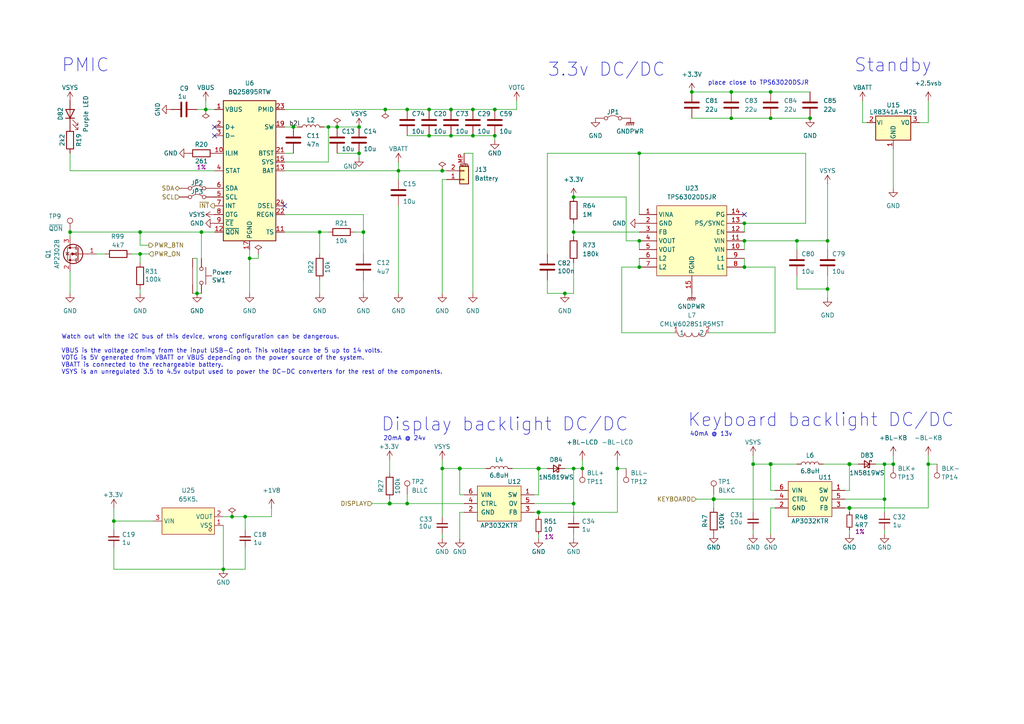
<source format=kicad_sch>
(kicad_sch (version 20231120) (generator "eeschema") (generator_version "8.0")
  (paper "A4")
  (title_block (title "WHY2025 badge") (date "2024-09-12") (rev "Prototype 2") (company "Badge.Team") (comment 1 "Copyright 2024 Nicolai Electronics") (comment 2 "License: CERN-OHL-P") (comment 3 "Untested prototype design") (comment 4 "(Work in progress!)"))
  (junction (at 118.11 146.05))
  (junction (at 92.71 67.31))
  (junction (at 156.21 148.59) (diameter 1.016))
  (junction (at 212.09 34.29))
  (junction (at 137.16 31.75))
  (junction (at 212.09 26.67))
  (junction (at 163.83 85.09))
  (junction (at 143.51 39.37))
  (junction (at 105.41 67.31))
  (junction (at 200.66 26.67))
  (junction (at 256.54 144.78))
  (junction (at 40.64 73.66))
  (junction (at 240.03 69.85))
  (junction (at 64.77 165.1))
  (junction (at 185.42 77.47))
  (junction (at 259.08 134.62))
  (junction (at 95.25 36.83))
  (junction (at 223.52 26.67))
  (junction (at 67.31 149.86))
  (junction (at 124.46 39.37))
  (junction (at 111.76 31.75))
  (junction (at 130.81 39.37))
  (junction (at 234.95 34.29))
  (junction (at 113.03 146.05) (diameter 1.016))
  (junction (at 124.46 31.75))
  (junction (at 85.09 36.83))
  (junction (at 58.42 67.31))
  (junction (at 71.12 149.86))
  (junction (at 118.11 31.75))
  (junction (at 215.9 69.85))
  (junction (at 231.14 69.85))
  (junction (at 168.91 135.89))
  (junction (at 185.42 69.85))
  (junction (at 223.52 134.62) (diameter 1.016))
  (junction (at 143.51 31.75))
  (junction (at 40.64 67.31))
  (junction (at 166.37 57.15))
  (junction (at 207.01 144.78) (diameter 1.016))
  (junction (at 166.37 146.05))
  (junction (at 166.37 135.89))
  (junction (at 246.38 147.32) (diameter 1.016))
  (junction (at 137.16 39.37))
  (junction (at 115.57 49.53))
  (junction (at 57.15 85.09))
  (junction (at 269.24 134.62))
  (junction (at 166.37 67.31))
  (junction (at 185.42 44.45))
  (junction (at 218.44 134.62))
  (junction (at 179.07 135.89))
  (junction (at 20.32 67.31))
  (junction (at 128.27 49.53))
  (junction (at 223.52 34.29))
  (junction (at 215.9 64.77))
  (junction (at 72.39 74.93))
  (junction (at 104.14 36.83))
  (junction (at 215.9 77.47))
  (junction (at 59.69 31.75))
  (junction (at 156.21 135.89) (diameter 1.016))
  (junction (at 240.03 83.82))
  (junction (at 130.81 31.75))
  (junction (at 133.35 135.89) (diameter 1.016))
  (junction (at 33.02 151.13))
  (junction (at 104.14 44.45))
  (junction (at 256.54 134.62))
  (junction (at 246.38 134.62) (diameter 1.016))
  (junction (at 128.27 135.89))
  (junction (at 97.79 36.83))
  (no_connect (at 82.55 59.69))
  (no_connect (at 62.23 39.37))
  (no_connect (at 62.23 36.83))
  (no_connect (at 215.9 62.23))
  (wire (pts (xy 130.81 31.75) (xy 124.46 31.75)))
  (wire (pts (xy 134.62 44.45) (xy 137.16 44.45)))
  (wire (pts (xy 134.62 148.59) (xy 133.35 148.59)))
  (wire (pts (xy 57.15 74.93) (xy 57.15 85.09)))
  (wire (pts (xy 130.81 39.37) (xy 137.16 39.37)))
  (wire (pts (xy 269.24 134.62) (xy 271.78 134.62)))
  (wire (pts (xy 40.64 67.31) (xy 58.42 67.31)))
  (wire (pts (xy 163.83 135.89) (xy 166.37 135.89)))
  (wire (pts (xy 207.01 144.78) (xy 201.93 144.78)))
  (wire (pts (xy 166.37 146.05) (xy 166.37 149.86)))
  (wire (pts (xy 256.54 134.62) (xy 259.08 134.62)))
  (wire (pts (xy 179.07 135.89) (xy 181.61 135.89)))
  (wire (pts (xy 246.38 147.32) (xy 269.24 147.32)))
  (wire (pts (xy 207.01 144.78) (xy 224.79 144.78)))
  (wire (pts (xy 118.11 143.51) (xy 118.11 146.05)))
  (wire (pts (xy 105.41 67.31) (xy 105.41 73.66)))
  (wire (pts (xy 43.18 71.12) (xy 40.64 71.12)))
  (wire (pts (xy 118.11 31.75) (xy 111.76 31.75)))
  (wire (pts (xy 115.57 49.53) (xy 115.57 52.07)))
  (wire (pts (xy 20.32 67.31) (xy 20.32 68.58)))
  (wire (pts (xy 78.74 149.86) (xy 78.74 147.32)))
  (wire (pts (xy 180.34 77.47) (xy 180.34 96.52)))
  (wire (pts (xy 207.01 144.78) (xy 207.01 147.32)))
  (wire (pts (xy 55.88 74.93) (xy 57.15 74.93)))
  (wire (pts (xy 137.16 44.45) (xy 137.16 85.09)))
  (wire (pts (xy 115.57 59.69) (xy 115.57 85.09)))
  (wire (pts (xy 115.57 49.53) (xy 128.27 49.53)))
  (wire (pts (xy 256.54 144.78) (xy 256.54 134.62)))
  (wire (pts (xy 154.94 146.05) (xy 166.37 146.05)))
  (wire (pts (xy 256.54 144.78) (xy 256.54 148.59)))
  (wire (pts (xy 105.41 62.23) (xy 105.41 67.31)))
  (wire (pts (xy 212.09 26.67) (xy 223.52 26.67)))
  (wire (pts (xy 40.64 73.66) (xy 40.64 76.2)))
  (wire (pts (xy 259.08 43.18) (xy 259.08 54.61)))
  (wire (pts (xy 64.77 165.1) (xy 71.12 165.1)))
  (wire (pts (xy 72.39 74.93) (xy 72.39 72.39)))
  (wire (pts (xy 156.21 149.86) (xy 156.21 148.59)))
  (wire (pts (xy 231.14 69.85) (xy 231.14 72.39)))
  (wire (pts (xy 113.03 146.05) (xy 107.95 146.05)))
  (wire (pts (xy 30.48 73.66) (xy 27.94 73.66)))
  (wire (pts (xy 20.32 67.31) (xy 40.64 67.31)))
  (wire (pts (xy 231.14 83.82) (xy 240.03 83.82)))
  (wire (pts (xy 259.08 134.62) (xy 259.08 132.08)))
  (wire (pts (xy 185.42 44.45) (xy 233.68 44.45)))
  (wire (pts (xy 224.79 147.32) (xy 223.52 147.32)))
  (wire (pts (xy 72.39 74.93) (xy 74.93 74.93)))
  (wire (pts (xy 82.55 62.23) (xy 105.41 62.23)))
  (wire (pts (xy 218.44 134.62) (xy 218.44 148.59)))
  (wire (pts (xy 266.7 35.56) (xy 269.24 35.56)))
  (wire (pts (xy 223.52 34.29) (xy 234.95 34.29)))
  (wire (pts (xy 218.44 134.62) (xy 223.52 134.62)))
  (wire (pts (xy 128.27 156.21) (xy 128.27 154.94)))
  (wire (pts (xy 40.64 83.82) (xy 40.64 85.09)))
  (wire (pts (xy 104.14 44.45) (xy 104.14 45.72)))
  (wire (pts (xy 40.64 67.31) (xy 40.64 71.12)))
  (wire (pts (xy 93.98 36.83) (xy 95.25 36.83)))
  (wire (pts (xy 58.42 67.31) (xy 58.42 74.93)))
  (wire (pts (xy 156.21 154.94) (xy 156.21 156.21)))
  (wire (pts (xy 166.37 64.77) (xy 166.37 67.31)))
  (wire (pts (xy 20.32 49.53) (xy 20.32 44.45)))
  (wire (pts (xy 149.86 31.75) (xy 143.51 31.75)))
  (wire (pts (xy 149.86 29.21) (xy 149.86 31.75)))
  (wire (pts (xy 166.37 67.31) (xy 166.37 68.58)))
  (wire (pts (xy 215.9 77.47) (xy 224.79 77.47)))
  (wire (pts (xy 218.44 134.62) (xy 218.44 132.08)))
  (wire (pts (xy 245.11 147.32) (xy 246.38 147.32)))
  (wire (pts (xy 240.03 80.01) (xy 240.03 83.82)))
  (wire (pts (xy 55.88 85.09) (xy 57.15 85.09)))
  (wire (pts (xy 124.46 31.75) (xy 118.11 31.75)))
  (wire (pts (xy 240.03 69.85) (xy 231.14 69.85)))
  (wire (pts (xy 179.07 148.59) (xy 179.07 135.89)))
  (wire (pts (xy 200.66 34.29) (xy 212.09 34.29)))
  (wire (pts (xy 185.42 69.85) (xy 185.42 72.39)))
  (wire (pts (xy 133.35 143.51) (xy 133.35 135.89)))
  (wire (pts (xy 250.19 35.56) (xy 250.19 29.21)))
  (wire (pts (xy 64.77 149.86) (xy 67.31 149.86)))
  (wire (pts (xy 218.44 154.94) (xy 218.44 153.67)))
  (wire (pts (xy 168.91 135.89) (xy 168.91 133.35)))
  (wire (pts (xy 118.11 39.37) (xy 124.46 39.37)))
  (wire (pts (xy 137.16 31.75) (xy 130.81 31.75)))
  (wire (pts (xy 128.27 135.89) (xy 128.27 149.86)))
  (wire (pts (xy 128.27 135.89) (xy 128.27 133.35)))
  (wire (pts (xy 128.27 49.53) (xy 129.54 49.53)))
  (wire (pts (xy 137.16 39.37) (xy 143.51 39.37)))
  (wire (pts (xy 143.51 31.75) (xy 137.16 31.75)))
  (wire (pts (xy 166.37 76.2) (xy 166.37 85.09)))
  (wire (pts (xy 158.75 85.09) (xy 163.83 85.09)))
  (wire (pts (xy 238.76 134.62) (xy 246.38 134.62)))
  (wire (pts (xy 200.66 26.67) (xy 212.09 26.67)))
  (wire (pts (xy 133.35 148.59) (xy 133.35 156.21)))
  (wire (pts (xy 105.41 81.28) (xy 105.41 85.09)))
  (wire (pts (xy 254 134.62) (xy 256.54 134.62)))
  (wire (pts (xy 223.52 134.62) (xy 231.14 134.62)))
  (wire (pts (xy 251.46 35.56) (xy 250.19 35.56)))
  (wire (pts (xy 85.09 36.83) (xy 86.36 36.83)))
  (wire (pts (xy 113.03 146.05) (xy 118.11 146.05)))
  (wire (pts (xy 158.75 44.45) (xy 158.75 73.66)))
  (wire (pts (xy 40.64 73.66) (xy 43.18 73.66)))
  (wire (pts (xy 246.38 142.24) (xy 246.38 134.62)))
  (wire (pts (xy 82.55 44.45) (xy 85.09 44.45)))
  (wire (pts (xy 185.42 74.93) (xy 185.42 77.47)))
  (wire (pts (xy 256.54 153.67) (xy 256.54 154.94)))
  (wire (pts (xy 58.42 67.31) (xy 62.23 67.31)))
  (wire (pts (xy 115.57 46.99) (xy 115.57 49.53)))
  (wire (pts (xy 129.54 52.07) (xy 128.27 52.07)))
  (wire (pts (xy 20.32 49.53) (xy 62.23 49.53)))
  (wire (pts (xy 156.21 135.89) (xy 158.75 135.89)))
  (wire (pts (xy 180.34 77.47) (xy 185.42 77.47)))
  (wire (pts (xy 224.79 77.47) (xy 224.79 96.52)))
  (wire (pts (xy 215.9 74.93) (xy 215.9 77.47)))
  (wire (pts (xy 128.27 52.07) (xy 128.27 85.09)))
  (wire (pts (xy 269.24 134.62) (xy 269.24 132.08)))
  (wire (pts (xy 128.27 135.89) (xy 133.35 135.89)))
  (wire (pts (xy 215.9 64.77) (xy 215.9 67.31)))
  (wire (pts (xy 181.61 57.15) (xy 181.61 69.85)))
  (wire (pts (xy 82.55 67.31) (xy 92.71 67.31)))
  (wire (pts (xy 105.41 67.31) (xy 102.87 67.31)))
  (wire (pts (xy 143.51 39.37) (xy 143.51 40.64)))
  (wire (pts (xy 215.9 69.85) (xy 215.9 72.39)))
  (wire (pts (xy 92.71 67.31) (xy 95.25 67.31)))
  (wire (pts (xy 33.02 151.13) (xy 33.02 153.67)))
  (wire (pts (xy 33.02 151.13) (xy 44.45 151.13)))
  (wire (pts (xy 92.71 67.31) (xy 92.71 73.66)))
  (wire (pts (xy 33.02 147.32) (xy 33.02 151.13)))
  (wire (pts (xy 185.42 44.45) (xy 185.42 62.23)))
  (wire (pts (xy 59.69 31.75) (xy 62.23 31.75)))
  (wire (pts (xy 166.37 146.05) (xy 166.37 135.89)))
  (wire (pts (xy 67.31 149.86) (xy 71.12 149.86)))
  (wire (pts (xy 97.79 36.83) (xy 104.14 36.83)))
  (wire (pts (xy 113.03 144.78) (xy 113.03 146.05)))
  (wire (pts (xy 133.35 135.89) (xy 140.97 135.89)))
  (wire (pts (xy 233.68 44.45) (xy 233.68 64.77)))
  (wire (pts (xy 212.09 34.29) (xy 223.52 34.29)))
  (wire (pts (xy 33.02 165.1) (xy 64.77 165.1)))
  (wire (pts (xy 246.38 148.59) (xy 246.38 147.32)))
  (wire (pts (xy 71.12 149.86) (xy 78.74 149.86)))
  (wire (pts (xy 118.11 146.05) (xy 134.62 146.05)))
  (wire (pts (xy 74.93 73.66) (xy 74.93 74.93)))
  (wire (pts (xy 223.52 26.67) (xy 234.95 26.67)))
  (wire (pts (xy 82.55 49.53) (xy 115.57 49.53)))
  (wire (pts (xy 71.12 149.86) (xy 71.12 153.67)))
  (wire (pts (xy 154.94 148.59) (xy 156.21 148.59)))
  (wire (pts (xy 224.79 142.24) (xy 223.52 142.24)))
  (wire (pts (xy 92.71 81.28) (xy 92.71 85.09)))
  (wire (pts (xy 269.24 29.21) (xy 269.24 35.56)))
  (wire (pts (xy 38.1 73.66) (xy 40.64 73.66)))
  (wire (pts (xy 154.94 143.51) (xy 156.21 143.51)))
  (wire (pts (xy 148.59 135.89) (xy 156.21 135.89)))
  (wire (pts (xy 156.21 143.51) (xy 156.21 135.89)))
  (wire (pts (xy 231.14 80.01) (xy 231.14 83.82)))
  (wire (pts (xy 158.75 81.28) (xy 158.75 85.09)))
  (wire (pts (xy 166.37 135.89) (xy 168.91 135.89)))
  (wire (pts (xy 215.9 64.77) (xy 233.68 64.77)))
  (wire (pts (xy 166.37 154.94) (xy 166.37 156.21)))
  (wire (pts (xy 57.15 31.75) (xy 59.69 31.75)))
  (wire (pts (xy 33.02 158.75) (xy 33.02 165.1)))
  (wire (pts (xy 180.34 96.52) (xy 195.58 96.52)))
  (wire (pts (xy 82.55 46.99) (xy 95.25 46.99)))
  (wire (pts (xy 245.11 144.78) (xy 256.54 144.78)))
  (wire (pts (xy 240.03 69.85) (xy 240.03 72.39)))
  (wire (pts (xy 57.15 85.09) (xy 58.42 85.09)))
  (wire (pts (xy 166.37 67.31) (xy 185.42 67.31)))
  (wire (pts (xy 207.01 143.51) (xy 207.01 144.78)))
  (wire (pts (xy 124.46 39.37) (xy 130.81 39.37)))
  (wire (pts (xy 134.62 143.51) (xy 133.35 143.51)))
  (wire (pts (xy 166.37 57.15) (xy 181.61 57.15)))
  (wire (pts (xy 269.24 147.32) (xy 269.24 134.62)))
  (wire (pts (xy 64.77 152.4) (xy 64.77 165.1)))
  (wire (pts (xy 97.79 44.45) (xy 104.14 44.45)))
  (wire (pts (xy 181.61 69.85) (xy 185.42 69.85)))
  (wire (pts (xy 82.55 36.83) (xy 85.09 36.83)))
  (wire (pts (xy 158.75 44.45) (xy 185.42 44.45)))
  (wire (pts (xy 95.25 36.83) (xy 97.79 36.83)))
  (wire (pts (xy 215.9 69.85) (xy 231.14 69.85)))
  (wire (pts (xy 240.03 83.82) (xy 240.03 86.36)))
  (wire (pts (xy 205.74 96.52) (xy 224.79 96.52)))
  (wire (pts (xy 113.03 133.35) (xy 113.03 137.16)))
  (wire (pts (xy 72.39 74.93) (xy 72.39 85.09)))
  (wire (pts (xy 246.38 134.62) (xy 248.92 134.62)))
  (wire (pts (xy 59.69 29.21) (xy 59.69 31.75)))
  (wire (pts (xy 163.83 85.09) (xy 166.37 85.09)))
  (wire (pts (xy 20.32 85.09) (xy 20.32 78.74)))
  (wire (pts (xy 240.03 53.34) (xy 240.03 69.85)))
  (wire (pts (xy 223.52 147.32) (xy 223.52 154.94)))
  (wire (pts (xy 95.25 46.99) (xy 95.25 36.83)))
  (wire (pts (xy 223.52 142.24) (xy 223.52 134.62)))
  (wire (pts (xy 246.38 153.67) (xy 246.38 154.94)))
  (wire (pts (xy 82.55 31.75) (xy 111.76 31.75)))
  (wire (pts (xy 245.11 142.24) (xy 246.38 142.24)))
  (wire (pts (xy 71.12 158.75) (xy 71.12 165.1)))
  (wire (pts (xy 156.21 148.59) (xy 179.07 148.59)))
  (wire (pts (xy 179.07 135.89) (xy 179.07 133.35)))
  (text "place close to TPS63020DSJR" (at 219.964 24.13 0) (effects (font (size 1.27 1.27))))
  (text "Standby" (at 247.65 19.05 0) (effects (font (size 3.81 3.81)) (justify left)))
  (text "3.3v DC/DC" (at 158.75 20.32 0) (effects (font (size 3.81 3.81)) (justify left)))
  (text "20mA @ 24v" (at 117.348 127.254 0) (effects (font (size 1.27 1.27))))
  (text "PMIC" (at 17.78 19.05 0) (effects (font (size 3.81 3.81)) (justify left)))
  (text "Display backlight DC/DC" (at 110.49 123.19 0) (effects (font (size 3.81 3.81)) (justify left)))
  (text "Keyboard backlight DC/DC" (at 199.39 121.92 0) (effects (font (size 3.81 3.81)) (justify left)))
  (text "40mA @ 13v" (at 206.248 125.984 0) (effects (font (size 1.27 1.27))))
  (text "Watch out with the I2C bus of this device, wrong configuration can be dangerous.\n\nVBUS is the voltage coming from the input USB-C port. This voltage can be 5 up to 14 volts.\nVOTG is 5V generated from VBATT or VBUS depending on the power source of the system.\nVBATT is connected to the rechargeable battery.\nVSYS is an unregulated 3.5 to 4.5v output used to power the DC-DC converters for the rest of the components." (at 17.78 102.87 0) (effects (font (size 1.27 1.27)) (justify left)))
  (label "b2l" (at 83.82 36.83 0))
  (hierarchical_label "~{INT}" (shape output) (at 62.23 59.69 180))
  (hierarchical_label "KEYBOARD" (shape input) (at 201.93 144.78 180))
  (hierarchical_label "PWR_BTN" (shape output) (at 43.18 71.12 0))
  (hierarchical_label "PWR_ON" (shape input) (at 43.18 73.66 0))
  (hierarchical_label "SCL" (shape input) (at 52.07 57.15 180))
  (hierarchical_label "DISPLAY" (shape input) (at 107.95 146.05 180))
  (hierarchical_label "SDA" (shape bidirectional) (at 52.07 54.61 180))
  (symbol (lib_id "power:GND") (at 256.54 154.94 0) (unit 1)
    (property "Reference" "#PWR0134" (effects (hide yes)))
    (property "Value" "GND" (at 256.54 158.75 0))
  )
  (symbol (lib_id "Device:C") (at 124.46 35.56 0) (unit 1)
    (property "Reference" "C20" (at 125.73 33.02 0) (effects (justify left)))
    (property "Value" "10u" (at 125.73 38.1 0) (effects (justify left)))
    (property "Footprint" "Capacitor_SMD:C_0805_2012Metric" (effects (hide yes)))
    (property "Datasheet" "https://www.lcsc.com/product-detail/Multilayer-Ceramic-Capacitors-MLCC-SMD-SMT_Samsung-Electro-Mechanics-CL21B106KAYQNNE_C3039694.html" (effects (hide yes)))
    (property "LCSC" "C3039694" (effects (hide yes)))
  )
  (symbol (lib_name "+3.3V_1") (lib_id "power:+3.3V") (at 166.37 57.15 0) (unit 1)
    (property "Reference" "#PWR0274" (effects (hide yes)))
    (property "Value" "+3.3V" (at 166.37 52.07 0))
    (property "Description" "Power symbol creates a global label with name \"+3.3V\"" (effects (hide yes)))
  )
  (symbol (lib_id "Device:C") (at 240.03 76.2 0) (unit 1)
    (property "Reference" "C79" (at 241.3 73.66 0) (effects (justify left)))
    (property "Value" "10u" (at 241.3 78.74 0) (effects (justify left)))
    (property "Footprint" "Capacitor_SMD:C_0805_2012Metric" (effects (hide yes)))
    (property "Datasheet" "https://www.lcsc.com/product-detail/Multilayer-Ceramic-Capacitors-MLCC-SMD-SMT_Samsung-Electro-Mechanics-CL21B106KAYQNNE_C3039694.html" (effects (hide yes)))
    (property "LCSC" "C3039694" (effects (hide yes)))
  )
  (symbol (lib_id "Device:C") (at 97.79 40.64 0) (unit 1)
    (property "Reference" "C13" (at 99.06 38.1 0) (effects (justify left)))
    (property "Value" "10u" (at 99.06 43.18 0) (effects (justify left)))
    (property "Footprint" "Capacitor_SMD:C_0805_2012Metric" (effects (hide yes)))
    (property "Datasheet" "https://www.lcsc.com/product-detail/Multilayer-Ceramic-Capacitors-MLCC-SMD-SMT_Samsung-Electro-Mechanics-CL21B106KAYQNNE_C3039694.html" (effects (hide yes)))
    (property "LCSC" "C3039694" (effects (hide yes)))
  )
  (symbol (lib_id "Device:R") (at 34.29 73.66 270) (unit 1)
    (property "Reference" "R99" (at 36.068 68.58 90) (effects (justify right)))
    (property "Value" "4k7" (at 36.068 71.12 90) (effects (justify right)))
    (property "Footprint" "Resistor_SMD:R_0402_1005Metric" (effects (hide yes)))
    (property "Datasheet" "https://datasheet.lcsc.com/lcsc/2110260030_UNI-ROYAL-Uniroyal-Elec-0402WGF4701TCE_C25900.pdf" (effects (hide yes)))
    (property "LCSC" "C25900" (effects (hide yes)))
  )
  (symbol (lib_id "Device:C_Small") (at 166.37 152.4 0) (unit 1)
    (property "Reference" "C34" (at 168.7068 151.2316 0) (effects (justify left)))
    (property "Value" "1u" (at 168.7068 153.543 0) (effects (justify left)))
    (property "Footprint" "Capacitor_SMD:C_0603_1608Metric" (effects (hide yes)))
    (property "Datasheet" "https://datasheet.lcsc.com/lcsc/2304140030_Samsung-Electro-Mechanics-CL05A105KQ5NNNC_C107372.pdf" (effects (hide yes)))
    (property "LCSC" "C5199872" (effects (hide yes)))
  )
  (symbol (lib_id "symbols:C") (at 158.75 77.47 0) (unit 1)
    (property "Reference" "C82" (at 161.671 76.3016 0) (effects (justify left)))
    (property "Value" "100n" (at 161.671 78.613 0) (effects (justify left)))
    (property "Footprint" "Capacitor_SMD:C_0402_1005Metric" (effects (hide yes)))
    (property "Datasheet" "https://datasheet.lcsc.com/lcsc/2304140030_Samsung-Electro-Mechanics-CL05B104KB54PNC_C307331.pdf" (effects (hide yes)))
    (property "LCSC" "C307331" (effects (hide yes)))
  )
  (symbol (lib_id "Battery_Management:BQ25895RTW") (at 72.39 49.53 0) (unit 1)
    (property "Reference" "U6" (at 72.39 24.13 0))
    (property "Value" "BQ25895RTW" (at 72.39 26.67 0))
    (property "Footprint" "library:Texas_S-PWQFN-N24_EP2.7x2.7mm_ThermalVias" (effects (hide yes)))
    (property "Datasheet" "http://www.ti.com/lit/ds/symlink/bq25895.pdf" (effects (hide yes)))
    (property "LCSC" "C80200" (effects (hide yes)))
  )
  (symbol (lib_id "power:GND") (at 218.44 154.94 0) (unit 1)
    (property "Reference" "#PWR0131" (effects (hide yes)))
    (property "Value" "GND" (at 220.472 158.75 0) (effects (justify right)))
  )
  (symbol (lib_id "Device:R") (at 166.37 60.96 0) (unit 1)
    (property "Reference" "R64" (at 168.91 59.6899 0) (effects (justify left)))
    (property "Value" "1M" (at 168.91 62.2299 0) (effects (justify left)))
    (property "Footprint" "Resistor_SMD:R_0402_1005Metric_Pad0.72x0.64mm_HandSolder" (effects (hide yes)))
    (property "Datasheet" "https://wmsc.lcsc.com/wmsc/upload/file/pdf/v2/lcsc/2206010030_UNI-ROYAL-Uniroyal-Elec-0402WGF1004TCE_C26083.pdf" (effects (hide yes)))
    (property "Description" "Resistor" (effects (hide yes)))
    (property "LCSC" "C26083" (effects (hide yes)))
  )
  (symbol (lib_id "Device:D_Schottky_Small") (at 251.46 134.62 0) (mirror y) (unit 1)
    (property "Reference" "D83" (at 251.46 132.08 0))
    (property "Value" "1N5819WS" (at 251.46 137.16 0))
    (property "Footprint" "Diode_SMD:D_SOD-323" (effects (hide yes)))
    (property "Datasheet" "https://datasheet.lcsc.com/lcsc/1912111437_KEXIN-1N5819WS_C369937.pdf" (effects (hide yes)))
    (property "LCSC" "C369937" (effects (hide yes)))
  )
  (symbol (lib_id "Driver_LED_Extra:AP3032") (at 144.78 146.05 0) (unit 1)
    (property "Reference" "U12" (at 151.13 139.7 0) (effects (justify right)))
    (property "Value" "AP3032KTR" (at 144.78 152.4 0))
    (property "Footprint" "Package_TO_SOT_SMD:SOT-23-6" (effects (hide yes)))
    (property "Datasheet" "https://www.diodes.com/assets/Datasheets/AP3032.pdf" (effects (hide yes)))
    (property "LCSC" "C264086" (effects (hide yes)))
  )
  (symbol (lib_id "power:GND") (at 246.38 154.94 0) (unit 1)
    (property "Reference" "#PWR0133" (effects (hide yes)))
    (property "Value" "GND" (at 246.38 158.75 0))
  )
  (symbol (lib_id "custom-power:+BL-KB") (at 259.08 132.08 0) (unit 1)
    (property "Reference" "#PWR0109" (effects (hide yes)))
    (property "Value" "+BL-KB" (at 259.08 127 0))
    (property "Description" "Power symbol creates a global label with name \"+BL-KB\"" (effects (hide yes)))
  )
  (symbol (lib_id "Connector:TestPoint") (at 181.61 135.89 180) (unit 1) (in_bom no)
    (property "Reference" "TP12" (at 182.88 139.7 0) (effects (justify right)))
    (property "Value" "BLL-" (at 182.88 137.16 0) (effects (justify right)))
    (property "Footprint" "TestPoint:TestPoint_Pad_D1.0mm" (effects (hide yes)))
    (property "Datasheet" "-" (effects (hide yes)))
    (property "Description" "test point" (effects (hide yes)))
    (property "LCSC" "-" (effects (hide yes)))
  )
  (symbol (lib_id "Device:R") (at 99.06 67.31 90) (unit 1)
    (property "Reference" "R21" (at 99.06 64.77 90))
    (property "Value" "10k" (at 99.06 69.85 90))
    (property "Footprint" "Resistor_SMD:R_0402_1005Metric" (effects (hide yes)))
    (property "Datasheet" "https://datasheet.lcsc.com/lcsc/2304140030_YAGEO-RC0402FR-0710KL_C60490.pdf" (effects (hide yes)))
    (property "LCSC" "C60490" (effects (hide yes)))
  )
  (symbol (lib_id "power:GND") (at 163.83 85.09 0) (unit 1)
    (property "Reference" "#PWR0275" (effects (hide yes)))
    (property "Value" "GND" (at 163.83 90.17 0))
  )
  (symbol (lib_id "power:PWR_FLAG") (at 67.31 149.86 0) (unit 1)
    (property "Reference" "#FLG03" (effects (hide yes)))
    (property "Value" "PWR_FLAG" (effects (hide yes)))
  )
  (symbol (lib_id "power:GNDPWR") (at 182.88 34.29 0) (unit 1)
    (property "Reference" "#PWR067" (effects (hide yes)))
    (property "Value" "GNDPWR" (at 182.753 38.1 0))
    (property "Description" "Power symbol creates a global label with name \"GNDPWR\" , global ground" (effects (hide yes)))
  )
  (symbol (lib_id "Device:C") (at 105.41 77.47 0) (unit 1)
    (property "Reference" "C12" (at 109.22 76.2 0) (effects (justify left)))
    (property "Value" "4u7" (at 109.22 78.74 0) (effects (justify left)))
    (property "Footprint" "Capacitor_SMD:C_0603_1608Metric" (effects (hide yes)))
    (property "Datasheet" "https://datasheet.lcsc.com/lcsc/1810261513_Samsung-Electro-Mechanics-CL10A475KA8NQNC_C69335.pdf" (effects (hide yes)))
    (property "LCSC" "C69335" (effects (hide yes)))
  )
  (symbol (lib_id "Jumper:Jumper_2_Bridged") (at 57.15 54.61 0) (unit 1) (exclude_from_sim yes) (in_bom no)
    (property "Reference" "JP2" (at 57.15 53.086 0))
    (property "Value" "~" (at 57.15 52.07 0))
    (property "Footprint" "Jumper:SolderJumper-2_P1.3mm_Bridged_RoundedPad1.0x1.5mm" (effects (hide yes)))
  )
  (symbol (lib_id "Device:C") (at 234.95 30.48 0) (unit 1)
    (property "Reference" "C85" (at 238.76 29.2099 0) (effects (justify left)))
    (property "Value" "22u" (at 238.76 31.7499 0) (effects (justify left)))
    (property "Footprint" "Capacitor_SMD:C_0805_2012Metric" (effects (hide yes)))
    (property "Datasheet" "https://www.lcsc.com/product-detail/Multilayer-Ceramic-Capacitors-MLCC-SMD-SMT_Samsung-Electro-Mechanics-CL21A226MAQNNNE_C45783.html" (effects (hide yes)))
    (property "LCSC" "C45783" (effects (hide yes)))
  )
  (symbol (lib_id "power:GND") (at 259.08 54.61 0) (unit 1)
    (property "Reference" "#PWR0202" (effects (hide yes)))
    (property "Value" "GND" (at 259.08 59.69 0))
  )
  (symbol (lib_id "power:PWR_FLAG") (at 111.76 31.75 180) (unit 1)
    (property "Reference" "#FLG05" (effects (hide yes)))
    (property "Value" "PWR_FLAG" (effects (hide yes)))
  )
  (symbol (lib_id "Connector:TestPoint") (at 168.91 135.89 180) (unit 1) (in_bom no)
    (property "Reference" "TP11" (at 170.18 139.7 0) (effects (justify right)))
    (property "Value" "BLL+" (at 170.18 137.16 0) (effects (justify right)))
    (property "Footprint" "TestPoint:TestPoint_Pad_D1.0mm" (effects (hide yes)))
    (property "Datasheet" "-" (effects (hide yes)))
    (property "Description" "test point" (effects (hide yes)))
    (property "LCSC" "-" (effects (hide yes)))
  )
  (symbol (lib_id "power:GND") (at 92.71 85.09 0) (unit 1)
    (property "Reference" "#PWR075" (effects (hide yes)))
    (property "Value" "GND" (at 92.71 90.17 0))
  )
  (symbol (lib_id "power:GND") (at 64.77 165.1 0) (unit 1)
    (property "Reference" "#PWR071" (effects (hide yes)))
    (property "Value" "GND" (at 66.802 168.91 0) (effects (justify right)))
  )
  (symbol (lib_id "custom-power:VSYS") (at 20.32 29.21 0) (unit 1)
    (property "Reference" "#PWR079" (effects (hide yes)))
    (property "Value" "VSYS" (at 20.32 25.4 0))
    (property "Description" "Power symbol creates a global label with name \"VSYS\"" (effects (hide yes)))
  )
  (symbol (lib_id "Device:C") (at 143.51 35.56 0) (unit 1)
    (property "Reference" "C59" (at 144.78 33.02 0) (effects (justify left)))
    (property "Value" "10u" (at 144.78 38.1 0) (effects (justify left)))
    (property "Footprint" "Capacitor_SMD:C_0805_2012Metric" (effects (hide yes)))
    (property "Datasheet" "https://www.lcsc.com/product-detail/Multilayer-Ceramic-Capacitors-MLCC-SMD-SMT_Samsung-Electro-Mechanics-CL21B106KAYQNNE_C3039694.html" (effects (hide yes)))
    (property "LCSC" "C3039694" (effects (hide yes)))
  )
  (symbol (lib_id "power:GND") (at 62.23 64.77 270) (unit 1)
    (property "Reference" "#PWR078" (effects (hide yes)))
    (property "Value" "GND" (at 57.15 64.77 90))
  )
  (symbol (lib_id "Device:C") (at 130.81 35.56 0) (unit 1)
    (property "Reference" "C73" (at 132.08 33.02 0) (effects (justify left)))
    (property "Value" "10u" (at 132.08 38.1 0) (effects (justify left)))
    (property "Footprint" "Capacitor_SMD:C_0805_2012Metric" (effects (hide yes)))
    (property "Datasheet" "https://www.lcsc.com/product-detail/Multilayer-Ceramic-Capacitors-MLCC-SMD-SMT_Samsung-Electro-Mechanics-CL21B106KAYQNNE_C3039694.html" (effects (hide yes)))
    (property "LCSC" "C3039694" (effects (hide yes)))
  )
  (symbol (lib_id "lcsc:TPS63020DSJR") (at 200.66 72.39 0) (unit 1)
    (property "Reference" "U23" (at 200.66 54.61 0))
    (property "Value" "TPS63020DSJR" (at 200.66 57.15 0))
    (property "Footprint" "lcsc:VSON-14_L4.0-W3.0-P0.50-BL-EP_TI_DSJ" (effects (hide yes)))
    (property "Datasheet" "https://lcsc.com/product-detail/DC-DC-Converters_TI_TPS63020DSJR_TPS63020DSJR_C15483.html" (effects (hide yes)))
    (property "LCSC Part" "C15483" (effects (hide yes)))
  )
  (symbol (lib_id "power:PWR_FLAG") (at 59.69 31.75 180) (unit 1)
    (property "Reference" "#FLG04" (effects (hide yes)))
    (property "Value" "PWR_FLAG" (effects (hide yes)))
  )
  (symbol (lib_id "custom-power:VBATT") (at 250.19 29.21 0) (unit 1)
    (property "Reference" "#PWR0152" (effects (hide yes)))
    (property "Value" "VBATT" (at 250.19 25.4 0))
    (property "Description" "Power symbol creates a global label with name \"VBATT\"" (effects (hide yes)))
  )
  (symbol (lib_id "symbols:R") (at 40.64 80.01 180) (unit 1)
    (property "Reference" "R31" (at 43.942 78.74 0))
    (property "Value" "100k" (at 44.45 81.026 0))
    (property "Footprint" "Resistor_SMD:R_0402_1005Metric" (effects (hide yes)))
    (property "Datasheet" "https://datasheet.lcsc.com/lcsc/2110260030_UNI-ROYAL-Uniroyal-Elec-0402WGF1003TCE_C25741.pdf" (effects (hide yes)))
    (property "LCSC" "C25741" (effects (hide yes)))
  )
  (symbol (lib_id "power:GND") (at 234.95 34.29 0) (unit 1)
    (property "Reference" "#PWR0277" (effects (hide yes)))
    (property "Value" "GND" (at 234.95 39.37 0))
  )
  (symbol (lib_id "power:PWR_FLAG") (at 97.79 36.83 0) (unit 1)
    (property "Reference" "#FLG06" (effects (hide yes)))
    (property "Value" "PWR_FLAG" (effects (hide yes)))
  )
  (symbol (lib_id "Device:L") (at 144.78 135.89 90) (unit 1)
    (property "Reference" "L4" (at 144.78 133.35 90))
    (property "Value" "6.8uH" (at 144.78 137.16 90) (effects (justify bottom)))
    (property "Footprint" "Inductor_SMD:L_1008_2520Metric" (effects (hide yes)))
    (property "Datasheet" "https://datasheet.lcsc.com/lcsc/2304140030_Murata-Electronics-DFE252012F-6R8M-P2_C2041474.pdf" (effects (hide yes)))
    (property "LCSC" "C2041474" (effects (hide yes)))
  )
  (symbol (lib_id "power:GND") (at 166.37 156.21 0) (unit 1)
    (property "Reference" "#PWR0138" (effects (hide yes)))
    (property "Value" "GND" (at 166.37 160.02 0))
  )
  (symbol (lib_id "Connector:TestPoint") (at 207.01 143.51 0) (mirror y) (unit 1) (in_bom no)
    (property "Reference" "TP1" (at 208.28 139.7 0) (effects (justify right)))
    (property "Value" "BLKC" (at 208.28 142.24 0) (effects (justify right)))
    (property "Footprint" "TestPoint:TestPoint_Pad_D1.0mm" (effects (hide yes)))
    (property "Datasheet" "-" (effects (hide yes)))
    (property "Description" "test point" (effects (hide yes)))
    (property "LCSC" "-" (effects (hide yes)))
  )
  (symbol (lib_id "power:GND") (at 105.41 85.09 0) (unit 1)
    (property "Reference" "#PWR076" (effects (hide yes)))
    (property "Value" "GND" (at 105.41 90.17 0))
  )
  (symbol (lib_id "power:GND") (at 40.64 85.09 0) (unit 1)
    (property "Reference" "#PWR072" (effects (hide yes)))
    (property "Value" "GND" (at 40.64 90.17 0))
  )
  (symbol (lib_id "custom-power:VSYS") (at 218.44 132.08 0) (unit 1)
    (property "Reference" "#PWR0130" (effects (hide yes)))
    (property "Value" "VSYS" (at 218.44 128.27 0))
    (property "Description" "Power symbol creates a global label with name \"VSYS\"" (effects (hide yes)))
  )
  (symbol (lib_id "power:GND") (at 72.39 85.09 0) (unit 1)
    (property "Reference" "#PWR065" (effects (hide yes)))
    (property "Value" "GND" (at 72.39 90.17 0))
  )
  (symbol (lib_id "SparkFun-LED:LED") (at 20.32 33.02 90) (unit 1)
    (property "Reference" "D82" (at 17.526 33.02 0))
    (property "Value" "Purple LED" (at 24.892 33.02 0))
    (property "Footprint" "LED_SMD:LED_0603_1608Metric" (effects (hide yes)))
    (property "Datasheet" "https://datasheet.lcsc.com/lcsc/2402181501_XINGLIGHT-XL-1608UVC-04_C7371898.pdf" (effects (hide yes)))
    (property "LCSC" "C7371898" (effects (hide yes)))
  )
  (symbol (lib_id "Jumper:Jumper_2_Bridged") (at 177.8 34.29 0) (unit 1) (exclude_from_sim yes) (in_bom no)
    (property "Reference" "JP1" (at 177.8 32.512 0))
    (property "Value" "~" (at 177.8 31.75 0))
    (property "Footprint" "NetTie:NetTie-2_SMD_Pad0.5mm" (effects (hide yes)))
  )
  (symbol (lib_id "custom-power:-BL-LCD") (at 179.07 133.35 0) (unit 1)
    (property "Reference" "#PWR0140" (effects (hide yes)))
    (property "Value" "-BL-LCD" (at 179.07 128.27 0))
    (property "Description" "Power symbol creates a global label with name \"-BL-LCD\"" (effects (hide yes)))
  )
  (symbol (lib_id "custom-power:VOTG") (at 149.86 29.21 0) (unit 1)
    (property "Reference" "#PWR054" (effects (hide yes)))
    (property "Value" "VOTG" (at 149.86 25.4 0))
    (property "Description" "Power symbol creates a global label with name \"VOTG\"" (effects (hide yes)))
  )
  (symbol (lib_id "Device:R") (at 92.71 77.47 180) (unit 1)
    (property "Reference" "R22" (at 90.17 77.47 90))
    (property "Value" "10k" (at 94.996 77.47 90))
    (property "Footprint" "Resistor_SMD:R_0402_1005Metric" (effects (hide yes)))
    (property "Datasheet" "https://datasheet.lcsc.com/lcsc/2304140030_YAGEO-RC0402FR-0710KL_C60490.pdf" (effects (hide yes)))
    (property "LCSC" "C60490" (effects (hide yes)))
  )
  (symbol (lib_id "Device:C") (at 223.52 30.48 0) (unit 1)
    (property "Reference" "C84" (at 227.33 29.2099 0) (effects (justify left)))
    (property "Value" "22u" (at 227.33 31.7499 0) (effects (justify left)))
    (property "Footprint" "Capacitor_SMD:C_0805_2012Metric" (effects (hide yes)))
    (property "Datasheet" "https://www.lcsc.com/product-detail/Multilayer-Ceramic-Capacitors-MLCC-SMD-SMT_Samsung-Electro-Mechanics-CL21A226MAQNNNE_C45783.html" (effects (hide yes)))
    (property "LCSC" "C45783" (effects (hide yes)))
  )
  (symbol (lib_id "power:GND") (at 104.14 45.72 0) (unit 1)
    (property "Reference" "#PWR064" (effects (hide yes)))
    (property "Value" "GND" (at 101.6 48.26 0))
  )
  (symbol (lib_id "Device:C") (at 231.14 76.2 0) (unit 1)
    (property "Reference" "C80" (at 232.41 73.66 0) (effects (justify left)))
    (property "Value" "10u" (at 232.41 78.74 0) (effects (justify left)))
    (property "Footprint" "Capacitor_SMD:C_0805_2012Metric" (effects (hide yes)))
    (property "Datasheet" "https://www.lcsc.com/product-detail/Multilayer-Ceramic-Capacitors-MLCC-SMD-SMT_Samsung-Electro-Mechanics-CL21B106KAYQNNE_C3039694.html" (effects (hide yes)))
    (property "LCSC" "C3039694" (effects (hide yes)))
  )
  (symbol (lib_id "Device:R") (at 58.42 44.45 270) (unit 1)
    (property "Reference" "R20" (at 58.42 41.91 90))
    (property "Value" "261" (at 58.42 46.736 90))
    (property "Footprint" "Resistor_SMD:R_0402_1005Metric" (effects (hide yes)))
    (property "Datasheet" "https://datasheet.lcsc.com/lcsc/2404021727_FOJAN-FRC0402F2610TS_C7467416.pdf" (effects (hide yes)))
    (property "Description" "1%" (at 58.42 48.514 90))
    (property "LCSC" "C7467416" (effects (hide yes)))
  )
  (symbol (lib_id "power:GND") (at 240.03 86.36 0) (unit 1)
    (property "Reference" "#PWR0271" (effects (hide yes)))
    (property "Value" "GND" (at 240.03 91.44 0))
  )
  (symbol (lib_id "power:GND") (at 207.01 154.94 0) (unit 1)
    (property "Reference" "#PWR0129" (effects (hide yes)))
    (property "Value" "GND" (at 207.01 158.75 0))
  )
  (symbol (lib_id "lcsc:65K5.") (at 54.61 151.13 180) (unit 1)
    (property "Reference" "U25" (at 54.61 142.24 0))
    (property "Value" "65K5." (at 54.61 144.78 0))
    (property "Footprint" "lcsc:SOT-23-3_L2.9-W1.3-P1.90-LS2.4-BR" (effects (hide yes)))
    (property "Datasheet" "https://lcsc.com/product-detail/Dropout-Regulators-LDO_Shenzhen-Fuman-Elec-65K5_C841299.html" (effects (hide yes)))
    (property "LCSC Part" "C841299" (effects (hide yes)))
  )
  (symbol (lib_id "power:GND") (at 143.51 40.64 0) (unit 1)
    (property "Reference" "#PWR073" (effects (hide yes)))
    (property "Value" "GND" (at 143.51 44.45 0))
  )
  (symbol (lib_id "Device:R_Small") (at 156.21 152.4 0) (unit 1)
    (property "Reference" "R51" (at 157.7086 151.2316 0) (effects (justify left)))
    (property "Value" "10" (at 157.7086 153.543 0) (effects (justify left)))
    (property "Footprint" "Resistor_SMD:R_0402_1005Metric" (effects (hide yes)))
    (property "Datasheet" "https://datasheet.lcsc.com/lcsc/2205311900_UNI-ROYAL-Uniroyal-Elec-0402WGF100JTCE_C25077.pdf" (effects (hide yes)))
    (property "Description" "1%" (at 159.258 155.702 0))
    (property "LCSC" "C25077" (effects (hide yes)))
  )
  (symbol (lib_id "custom-power:VBATT") (at 115.57 46.99 0) (unit 1)
    (property "Reference" "#PWR066" (effects (hide yes)))
    (property "Value" "VBATT" (at 115.57 43.18 0))
    (property "Description" "Power symbol creates a global label with name \"VBATT\"" (effects (hide yes)))
  )
  (symbol (lib_id "power:GND") (at 115.57 85.09 0) (unit 1)
    (property "Reference" "#PWR063" (effects (hide yes)))
    (property "Value" "GND" (at 115.57 90.17 0))
  )
  (symbol (lib_id "Device:C_Small") (at 33.02 156.21 0) (unit 1)
    (property "Reference" "C19" (at 35.3568 155.0416 0) (effects (justify left)))
    (property "Value" "1u" (at 35.3568 157.353 0) (effects (justify left)))
    (property "Footprint" "Capacitor_SMD:C_0603_1608Metric" (effects (hide yes)))
    (property "Datasheet" "https://datasheet.lcsc.com/lcsc/2304140030_Samsung-Electro-Mechanics-CL05A105KQ5NNNC_C107372.pdf" (effects (hide yes)))
    (property "LCSC" "C5199872" (effects (hide yes)))
  )
  (symbol (lib_id "symbols:Q_NMOS_GSD") (at 22.86 73.66 0) (mirror y) (unit 1)
    (property "Reference" "Q1" (at 13.97 73.66 90))
    (property "Value" "AP2302B" (at 16.51 73.66 90))
    (property "Footprint" "Package_TO_SOT_SMD:SOT-23" (effects (hide yes)))
    (property "Datasheet" "https://datasheet.lcsc.com/lcsc/1912111437_ALLPOWER-ShenZhen-Quan-Li-Semiconductor-AP2302B_C406812.pdf" (effects (hide yes)))
    (property "LCSC" "C406812" (effects (hide yes)))
  )
  (symbol (lib_id "Connector:TestPoint") (at 20.32 67.31 0) (unit 1) (in_bom no)
    (property "Reference" "TP9" (at 17.78 62.7379 0) (effects (justify right)))
    (property "Value" "~{QON}" (at 18.288 66.294 0) (effects (justify right)))
    (property "Footprint" "TestPoint:TestPoint_Pad_D1.0mm" (effects (hide yes)))
    (property "Datasheet" "-" (effects (hide yes)))
    (property "Description" "test point" (effects (hide yes)))
    (property "LCSC" "-" (effects (hide yes)))
  )
  (symbol (lib_id "Driver_LED_Extra:AP3032") (at 234.95 144.78 0) (unit 1)
    (property "Reference" "U11" (at 241.3 138.43 0) (effects (justify right)))
    (property "Value" "AP3032KTR" (at 234.95 151.13 0))
    (property "Footprint" "Package_TO_SOT_SMD:SOT-23-6" (effects (hide yes)))
    (property "Datasheet" "https://www.diodes.com/assets/Datasheets/AP3032.pdf" (effects (hide yes)))
    (property "LCSC" "C264086" (effects (hide yes)))
  )
  (symbol (lib_id "Device:L") (at 234.95 134.62 90) (unit 1)
    (property "Reference" "L6" (at 234.95 132.08 90))
    (property "Value" "6.8uH" (at 234.95 135.89 90) (effects (justify bottom)))
    (property "Footprint" "Inductor_SMD:L_1008_2520Metric" (effects (hide yes)))
    (property "Datasheet" "https://datasheet.lcsc.com/lcsc/2304140030_Murata-Electronics-DFE252012F-6R8M-P2_C2041474.pdf" (effects (hide yes)))
    (property "LCSC" "C2041474" (effects (hide yes)))
  )
  (symbol (lib_id "Device:C") (at 212.09 30.48 0) (unit 1)
    (property "Reference" "C83" (at 215.9 29.2099 0) (effects (justify left)))
    (property "Value" "22u" (at 215.9 31.7499 0) (effects (justify left)))
    (property "Footprint" "Capacitor_SMD:C_0805_2012Metric" (effects (hide yes)))
    (property "Datasheet" "https://www.lcsc.com/product-detail/Multilayer-Ceramic-Capacitors-MLCC-SMD-SMT_Samsung-Electro-Mechanics-CL21A226MAQNNNE_C45783.html" (effects (hide yes)))
    (property "LCSC" "C45783" (effects (hide yes)))
  )
  (symbol (lib_id "symbols2:PWR_FLAG") (at 128.27 49.53 0) (unit 1)
    (property "Reference" "#FLG02" (effects (hide yes)))
    (property "Value" "PWR_FLAG" (effects (hide yes)))
  )
  (symbol (lib_id "power:+3.3V") (at 113.03 133.35 0) (unit 1)
    (property "Reference" "#PWR0125" (effects (hide yes)))
    (property "Value" "+3.3V" (at 112.776 129.54 0))
    (property "Description" "Power symbol creates a global label with name \"+3.3V\"" (effects (hide yes)))
  )
  (symbol (lib_id "custom-power:+2.5vsb") (at 269.24 29.21 0) (unit 1)
    (property "Reference" "#PWR0151" (effects (hide yes)))
    (property "Value" "+2.5vsb" (at 269.24 24.13 0))
    (property "Description" "Power symbol creates a global label with name \"+2.5vsb\"" (effects (hide yes)))
  )
  (symbol (lib_name "+3.3V_1") (lib_id "power:+3.3V") (at 200.66 26.67 0) (unit 1)
    (property "Reference" "#PWR0278" (effects (hide yes)))
    (property "Value" "+3.3V" (at 200.66 21.59 0))
    (property "Description" "Power symbol creates a global label with name \"+3.3V\"" (effects (hide yes)))
  )
  (symbol (lib_id "Device:R_Small") (at 246.38 151.13 0) (unit 1)
    (property "Reference" "R48" (at 247.8786 149.9616 0) (effects (justify left)))
    (property "Value" "4R7" (at 247.8786 152.273 0) (effects (justify left)))
    (property "Footprint" "Resistor_SMD:R_0402_1005Metric" (effects (hide yes)))
    (property "Datasheet" "https://datasheet.lcsc.com/lcsc/2205311900_UNI-ROYAL-Uniroyal-Elec-0402WGF470KTCE_C25121.pdf" (effects (hide yes)))
    (property "Description" "1%" (at 249.428 154.178 0))
    (property "LCSC" "C25121" (effects (hide yes)))
  )
  (symbol (lib_id "power:VBUS") (at 59.69 29.21 0) (unit 1)
    (property "Reference" "#PWR020" (effects (hide yes)))
    (property "Value" "VBUS" (at 59.69 25.4 0))
    (property "Description" "Power symbol creates a global label with name \"VBUS\"" (effects (hide yes)))
  )
  (symbol (lib_id "Device:L") (at 90.17 36.83 90) (unit 1)
    (property "Reference" "L2" (at 90.17 34.798 90))
    (property "Value" "YHNR4020-2R2M" (effects (hide yes)))
    (property "Footprint" "Inductor_SMD_Wurth:L_Wurth_WE-LQSH-4020" (effects (hide yes)))
    (property "Datasheet" "https://datasheet.lcsc.com/lcsc/2112021230_YJYCOIN-YHNR4020-2R2M_C2926400.pdf" (effects (hide yes)))
    (property "LCSC" "C2926400" (effects (hide yes)))
  )
  (symbol (lib_id "power:GND") (at 54.61 44.45 270) (unit 1)
    (property "Reference" "#PWR062" (effects (hide yes)))
    (property "Value" "GND" (at 49.53 44.45 90))
  )
  (symbol (lib_id "Device:C") (at 53.34 31.75 270) (unit 1)
    (property "Reference" "C9" (at 52.07 25.654 90) (effects (justify left)))
    (property "Value" "1u" (at 51.562 27.94 90) (effects (justify left)))
    (property "Footprint" "Capacitor_SMD:C_0603_1608Metric" (effects (hide yes)))
    (property "Datasheet" "https://datasheet.lcsc.com/lcsc/2304140030_Samsung-Electro-Mechanics-CL05A105KQ5NNNC_C107372.pdf" (effects (hide yes)))
    (property "LCSC" "C5199872" (effects (hide yes)))
  )
  (symbol (lib_id "custom-power:VSYS") (at 104.14 36.83 0) (unit 1)
    (property "Reference" "#PWR074" (effects (hide yes)))
    (property "Value" "VSYS" (at 104.14 33.02 0))
    (property "Description" "Power symbol creates a global label with name \"VSYS\"" (effects (hide yes)))
  )
  (symbol (lib_id "power:GND") (at 20.32 85.09 0) (unit 1)
    (property "Reference" "#PWR094" (effects (hide yes)))
    (property "Value" "GND" (at 20.32 90.17 0))
  )
  (symbol (lib_id "power:GND") (at 133.35 156.21 0) (unit 1)
    (property "Reference" "#PWR0136" (effects (hide yes)))
    (property "Value" "GND" (at 133.35 160.02 0))
  )
  (symbol (lib_id "Jumper:Jumper_2_Bridged") (at 57.15 57.15 0) (unit 1) (exclude_from_sim yes) (in_bom no)
    (property "Reference" "JP3" (at 57.15 55.626 0))
    (property "Value" "~" (at 57.15 54.61 0))
    (property "Footprint" "Jumper:SolderJumper-2_P1.3mm_Bridged_RoundedPad1.0x1.5mm" (effects (hide yes)))
  )
  (symbol (lib_id "power:GND") (at 49.53 31.75 270) (unit 1)
    (property "Reference" "#PWR061" (effects (hide yes)))
    (property "Value" "GND" (at 45.72 31.75 0))
  )
  (symbol (lib_id "Device:C_Small") (at 71.12 156.21 0) (unit 1)
    (property "Reference" "C18" (at 73.4568 155.0416 0) (effects (justify left)))
    (property "Value" "1u" (at 73.4568 157.353 0) (effects (justify left)))
    (property "Footprint" "Capacitor_SMD:C_0603_1608Metric" (effects (hide yes)))
    (property "Datasheet" "https://datasheet.lcsc.com/lcsc/2304140030_Samsung-Electro-Mechanics-CL05A105KQ5NNNC_C107372.pdf" (effects (hide yes)))
    (property "LCSC" "C5199872" (effects (hide yes)))
  )
  (symbol (lib_id "power:GND") (at 137.16 85.09 0) (unit 1)
    (property "Reference" "#PWR0236" (effects (hide yes)))
    (property "Value" "GND" (at 137.16 90.17 0))
  )
  (symbol (lib_id "power:+3.3V") (at 33.02 147.32 0) (unit 1)
    (property "Reference" "#PWR0117" (effects (hide yes)))
    (property "Value" "+3.3V" (at 32.766 143.51 0))
    (property "Description" "Power symbol creates a global label with name \"+3.3V\"" (effects (hide yes)))
  )
  (symbol (lib_id "Device:C_Small") (at 256.54 151.13 0) (unit 1)
    (property "Reference" "C32" (at 258.8768 149.9616 0) (effects (justify left)))
    (property "Value" "1u" (at 258.8768 152.273 0) (effects (justify left)))
    (property "Footprint" "Capacitor_SMD:C_0603_1608Metric" (effects (hide yes)))
    (property "Datasheet" "https://datasheet.lcsc.com/lcsc/2304140030_Samsung-Electro-Mechanics-CL05A105KQ5NNNC_C107372.pdf" (effects (hide yes)))
    (property "LCSC" "C5199872" (effects (hide yes)))
  )
  (symbol (lib_id "symbols:Conn_01x02_MountingPin") (at 134.62 52.07 0) (mirror x) (unit 1)
    (property "Reference" "J13" (at 137.668 49.1743 0) (effects (justify left)))
    (property "Value" "Battery" (at 137.668 51.7143 0) (effects (justify left)))
    (property "Footprint" "library:JST_S2B-ZR-SM4A-TF(LF)(SN)" (effects (hide yes)))
    (property "Datasheet" "https://datasheet.lcsc.com/lcsc/1912111437_JST-Sales-America-S2B-ZR-SM4A-TF-LF-SN_C265329.pdf" (effects (hide yes)))
    (property "LCSC" "C265329" (effects (hide yes)))
  )
  (symbol (lib_id "Device:R") (at 166.37 72.39 0) (unit 1)
    (property "Reference" "R73" (at 168.91 71.1199 0) (effects (justify left)))
    (property "Value" "180k" (at 168.91 73.6599 0) (effects (justify left)))
    (property "Footprint" "Resistor_SMD:R_0402_1005Metric_Pad0.72x0.64mm_HandSolder" (effects (hide yes)))
    (property "Datasheet" "https://wmsc.lcsc.com/wmsc/upload/file/pdf/v2/lcsc/2304140030_LIZ-Elec-CR0402FF1803G_C100276.pdf" (effects (hide yes)))
    (property "Description" "Resistor" (effects (hide yes)))
    (property "LCSC" "C100276" (effects (hide yes)))
  )
  (symbol (lib_id "lcsc:CMLW6028S1R5MST") (at 200.66 96.52 0) (unit 1)
    (property "Reference" "L7" (at 200.6601 91.44 0))
    (property "Value" "CMLW6028S1R5MST" (at 200.6601 93.98 0))
    (property "Footprint" "library:IND-SMD_L6.0-W6.0" (effects (hide yes)))
    (property "Datasheet" "https://lcsc.com/product-detail/New-Quadratic-Unclassified-Data_Cybermax-CMLW6028S1R5MST_C431354.html" (effects (hide yes)))
    (property "LCSC Part" "C431354" (effects (hide yes)))
  )
  (symbol (lib_id "custom-power:+BL-LCD") (at 168.91 133.35 0) (unit 1)
    (property "Reference" "#PWR0139" (effects (hide yes)))
    (property "Value" "+BL-LCD" (at 168.91 128.27 0))
    (property "Description" "Power symbol creates a global label with name \"+BL-LCD\"" (effects (hide yes)))
  )
  (symbol (lib_id "Connector:TestPoint") (at 259.08 134.62 180) (unit 1) (in_bom no)
    (property "Reference" "TP13" (at 260.35 138.43 0) (effects (justify right)))
    (property "Value" "BLK+" (at 260.35 135.89 0) (effects (justify right)))
    (property "Footprint" "TestPoint:TestPoint_Pad_D1.0mm" (effects (hide yes)))
    (property "Datasheet" "-" (effects (hide yes)))
    (property "Description" "test point" (effects (hide yes)))
    (property "LCSC" "-" (effects (hide yes)))
  )
  (symbol (lib_id "power:GND") (at 172.72 34.29 0) (unit 1)
    (property "Reference" "#PWR035" (effects (hide yes)))
    (property "Value" "GND" (at 172.72 39.37 0))
  )
  (symbol (lib_id "Regulator_Linear:MCP1700x-280xxMB") (at 259.08 35.56 0) (unit 1)
    (property "Reference" "U15" (at 259.08 30.48 0))
    (property "Value" "LR8341A-M25" (at 259.08 32.512 0))
    (property "Footprint" "Package_TO_SOT_SMD:SOT-89-3" (effects (hide yes)))
    (property "Datasheet" "https://www.lcsc.com/product-detail/Linear-Voltage-Regulators-LDO_LR-LR8341A-M25_C5205210.html" (effects (hide yes)))
    (property "LCSC" "C5205210" (effects (hide yes)))
  )
  (symbol (lib_id "power:GND") (at 156.21 156.21 0) (unit 1)
    (property "Reference" "#PWR0137" (effects (hide yes)))
    (property "Value" "GND" (at 156.21 160.02 0))
  )
  (symbol (lib_id "custom-power:-BL-KB") (at 269.24 132.08 0) (unit 1)
    (property "Reference" "#PWR0135" (effects (hide yes)))
    (property "Value" "-BL-KB" (at 269.24 127 0))
    (property "Description" "Power symbol creates a global label with name \"-BL-KB\"" (effects (hide yes)))
  )
  (symbol (lib_id "custom-power:VSYS") (at 240.03 53.34 0) (unit 1)
    (property "Reference" "#PWR0272" (effects (hide yes)))
    (property "Value" "VSYS" (at 240.03 49.53 0))
    (property "Description" "Power symbol creates a global label with name \"VSYS\"" (effects (hide yes)))
  )
  (symbol (lib_id "Device:C") (at 115.57 55.88 0) (unit 1)
    (property "Reference" "C15" (at 116.84 53.34 0) (effects (justify left)))
    (property "Value" "10u" (at 116.84 58.42 0) (effects (justify left)))
    (property "Footprint" "Capacitor_SMD:C_0805_2012Metric" (effects (hide yes)))
    (property "Datasheet" "https://www.lcsc.com/product-detail/Multilayer-Ceramic-Capacitors-MLCC-SMD-SMT_Samsung-Electro-Mechanics-CL21B106KAYQNNE_C3039694.html" (effects (hide yes)))
    (property "LCSC" "C3039694" (effects (hide yes)))
  )
  (symbol (lib_id "pushbutton_gnd:pushbutton_gnd") (at 58.42 80.01 270) (unit 1)
    (property "Reference" "SW1" (at 65.532 81.28 90) (effects (justify right)))
    (property "Value" "Power" (at 67.31 78.994 90) (effects (justify right)))
    (property "Footprint" "library:KEY-TH_TC-1101V-C-A-W" (effects (hide yes)))
    (property "Datasheet" "https://www.lcsc.com/product-detail/Tactile-Switches_XKB-Connection-TC-1101V-C-A-W_C318992.html" (effects (hide yes)))
    (property "Description" "Power button" (effects (hide yes)))
    (property "LCSC" "C318992" (effects (hide yes)))
  )
  (symbol (lib_id "Device:C") (at 118.11 35.56 0) (unit 1)
    (property "Reference" "C74" (at 119.38 33.02 0) (effects (justify left)))
    (property "Value" "10u" (at 119.38 38.1 0) (effects (justify left)))
    (property "Footprint" "Capacitor_SMD:C_0805_2012Metric" (effects (hide yes)))
    (property "Datasheet" "https://www.lcsc.com/product-detail/Multilayer-Ceramic-Capacitors-MLCC-SMD-SMT_Samsung-Electro-Mechanics-CL21B106KAYQNNE_C3039694.html" (effects (hide yes)))
    (property "LCSC" "C3039694" (effects (hide yes)))
  )
  (symbol (lib_id "Device:C") (at 104.14 40.64 0) (unit 1)
    (property "Reference" "C14" (at 105.41 38.1 0) (effects (justify left)))
    (property "Value" "10u" (at 105.41 43.18 0) (effects (justify left)))
    (property "Footprint" "Capacitor_SMD:C_0805_2012Metric" (effects (hide yes)))
    (property "Datasheet" "https://www.lcsc.com/product-detail/Multilayer-Ceramic-Capacitors-MLCC-SMD-SMT_Samsung-Electro-Mechanics-CL21B106KAYQNNE_C3039694.html" (effects (hide yes)))
    (property "LCSC" "C3039694" (effects (hide yes)))
  )
  (symbol (lib_id "power:GND") (at 57.15 85.09 0) (unit 1)
    (property "Reference" "#PWR080" (effects (hide yes)))
    (property "Value" "GND" (at 57.15 90.17 0))
  )
  (symbol (lib_id "power:GND") (at 185.42 64.77 270) (unit 1)
    (property "Reference" "#PWR0276" (effects (hide yes)))
    (property "Value" "GND" (at 181.61 64.7699 90) (effects (justify right)))
  )
  (symbol (lib_id "Device:R") (at 113.03 140.97 180) (unit 1)
    (property "Reference" "R27" (at 110.49 140.97 90))
    (property "Value" "100k" (at 115.316 140.97 90))
    (property "Footprint" "Resistor_SMD:R_0402_1005Metric" (effects (hide yes)))
    (property "Datasheet" "https://datasheet.lcsc.com/lcsc/2110260030_UNI-ROYAL-Uniroyal-Elec-0402WGF1003TCE_C25741.pdf" (effects (hide yes)))
    (property "LCSC" "C25741" (effects (hide yes)))
  )
  (symbol (lib_id "power:PWR_FLAG") (at 74.93 73.66 0) (unit 1)
    (property "Reference" "#FLG01" (effects (hide yes)))
    (property "Value" "PWR_FLAG" (effects (hide yes)))
  )
  (symbol (lib_id "Device:C_Small") (at 128.27 152.4 0) (unit 1)
    (property "Reference" "C33" (at 125.476 150.622 0) (effects (justify right)))
    (property "Value" "10u" (at 121.412 152.654 0) (effects (justify left)))
    (property "Footprint" "Capacitor_SMD:C_0805_2012Metric" (effects (hide yes)))
    (property "Datasheet" "https://www.lcsc.com/product-detail/Multilayer-Ceramic-Capacitors-MLCC-SMD-SMT_Samsung-Electro-Mechanics-CL21B106KAYQNNE_C3039694.html" (effects (hide yes)))
    (property "LCSC" "C3039694" (effects (hide yes)))
  )
  (symbol (lib_id "power:GND") (at 128.27 85.09 0) (unit 1)
    (property "Reference" "#PWR0235" (effects (hide yes)))
    (property "Value" "GND" (at 128.27 90.17 0))
  )
  (symbol (lib_id "custom-power:VSYS") (at 128.27 133.35 0) (unit 1)
    (property "Reference" "#PWR0126" (effects (hide yes)))
    (property "Value" "VSYS" (at 128.27 129.54 0))
    (property "Description" "Power symbol creates a global label with name \"VSYS\"" (effects (hide yes)))
  )
  (symbol (lib_id "Device:C") (at 85.09 40.64 0) (unit 1)
    (property "Reference" "C11" (at 88.9 39.37 0) (effects (justify left)))
    (property "Value" "47n" (at 88.9 41.91 0) (effects (justify left)))
    (property "Footprint" "Capacitor_SMD:C_0603_1608Metric" (effects (hide yes)))
    (property "Datasheet" "https://datasheet.lcsc.com/lcsc/1912210906_YAGEO-AC0603KRX7R0BB473_C469624.pdf" (effects (hide yes)))
    (property "LCSC" "C469624" (effects (hide yes)))
  )
  (symbol (lib_id "power:GNDPWR") (at 200.66 85.09 0) (unit 1)
    (property "Reference" "#PWR022" (effects (hide yes)))
    (property "Value" "GNDPWR" (at 200.533 88.9 0))
    (property "Description" "Power symbol creates a global label with name \"GNDPWR\" , global ground" (effects (hide yes)))
  )
  (symbol (lib_id "Device:C") (at 200.66 30.48 0) (unit 1)
    (property "Reference" "C81" (at 204.47 29.2099 0) (effects (justify left)))
    (property "Value" "22u" (at 204.47 31.7499 0) (effects (justify left)))
    (property "Footprint" "Capacitor_SMD:C_0805_2012Metric" (effects (hide yes)))
    (property "Datasheet" "https://www.lcsc.com/product-detail/Multilayer-Ceramic-Capacitors-MLCC-SMD-SMT_Samsung-Electro-Mechanics-CL21A226MAQNNNE_C45783.html" (effects (hide yes)))
    (property "LCSC" "C45783" (effects (hide yes)))
  )
  (symbol (lib_id "custom-power:VSYS") (at 62.23 62.23 90) (unit 1)
    (property "Reference" "#PWR070" (effects (hide yes)))
    (property "Value" "VSYS" (at 57.15 62.23 90))
    (property "Description" "Power symbol creates a global label with name \"VSYS\"" (effects (hide yes)))
  )
  (symbol (lib_id "power:GND") (at 128.27 156.21 0) (unit 1)
    (property "Reference" "#PWR0108" (effects (hide yes)))
    (property "Value" "GND" (at 130.302 160.02 0) (effects (justify right)))
  )
  (symbol (lib_id "Device:R") (at 20.32 40.64 180) (unit 1)
    (property "Reference" "R19" (at 22.86 40.64 90))
    (property "Value" "2k2" (at 18.034 40.64 90))
    (property "Footprint" "Resistor_SMD:R_0402_1005Metric" (effects (hide yes)))
    (property "Datasheet" "https://www.lcsc.com/product-detail/Chip-Resistor-Surface-Mount_UNI-ROYAL-Uniroyal-Elec-0402WGF2201TCE_C25879.html" (effects (hide yes)))
    (property "LCSC" "C25879" (effects (hide yes)))
  )
  (symbol (lib_id "power:+1V8") (at 78.74 147.32 0) (unit 1)
    (property "Reference" "#PWR0234" (effects (hide yes)))
    (property "Value" "+1V8" (at 78.74 142.24 0))
    (property "Description" "Power symbol creates a global label with name \"+1V8\"" (effects (hide yes)))
  )
  (symbol (lib_id "Device:C") (at 137.16 35.56 0) (unit 1)
    (property "Reference" "C29" (at 138.43 33.02 0) (effects (justify left)))
    (property "Value" "10u" (at 138.43 38.1 0) (effects (justify left)))
    (property "Footprint" "Capacitor_SMD:C_0805_2012Metric" (effects (hide yes)))
    (property "Datasheet" "https://www.lcsc.com/product-detail/Multilayer-Ceramic-Capacitors-MLCC-SMD-SMT_Samsung-Electro-Mechanics-CL21B106KAYQNNE_C3039694.html" (effects (hide yes)))
    (property "LCSC" "C3039694" (effects (hide yes)))
  )
  (symbol (lib_id "Device:D_Schottky_Small") (at 161.29 135.89 0) (mirror y) (unit 1)
    (property "Reference" "D84" (at 161.29 133.35 0))
    (property "Value" "1N5819WS" (at 161.29 138.43 0))
    (property "Footprint" "Diode_SMD:D_SOD-323" (effects (hide yes)))
    (property "Datasheet" "https://datasheet.lcsc.com/lcsc/1912111437_KEXIN-1N5819WS_C369937.pdf" (effects (hide yes)))
    (property "LCSC" "C369937" (effects (hide yes)))
  )
  (symbol (lib_id "Device:R") (at 207.01 151.13 180) (unit 1)
    (property "Reference" "R47" (at 204.47 151.13 90))
    (property "Value" "100k" (at 209.296 151.13 90))
    (property "Footprint" "Resistor_SMD:R_0402_1005Metric" (effects (hide yes)))
    (property "Datasheet" "https://datasheet.lcsc.com/lcsc/2110260030_UNI-ROYAL-Uniroyal-Elec-0402WGF1003TCE_C25741.pdf" (effects (hide yes)))
    (property "LCSC" "C25741" (effects (hide yes)))
  )
  (symbol (lib_id "power:GND") (at 223.52 154.94 0) (unit 1)
    (property "Reference" "#PWR0132" (effects (hide yes)))
    (property "Value" "GND" (at 223.52 158.75 0))
  )
  (symbol (lib_id "Device:C_Small") (at 218.44 151.13 0) (unit 1)
    (property "Reference" "C31" (at 215.646 149.352 0) (effects (justify right)))
    (property "Value" "10u" (at 211.582 151.384 0) (effects (justify left)))
    (property "Footprint" "Capacitor_SMD:C_0805_2012Metric" (effects (hide yes)))
    (property "Datasheet" "https://www.lcsc.com/product-detail/Multilayer-Ceramic-Capacitors-MLCC-SMD-SMT_Samsung-Electro-Mechanics-CL21B106KAYQNNE_C3039694.html" (effects (hide yes)))
    (property "LCSC" "C3039694" (effects (hide yes)))
  )
  (symbol (lib_id "Connector:TestPoint") (at 118.11 143.51 0) (mirror y) (unit 1) (in_bom no)
    (property "Reference" "TP2" (at 119.38 139.7 0) (effects (justify right)))
    (property "Value" "BLLC" (at 119.38 142.24 0) (effects (justify right)))
    (property "Footprint" "TestPoint:TestPoint_Pad_D1.0mm" (effects (hide yes)))
    (property "Datasheet" "-" (effects (hide yes)))
    (property "Description" "test point" (effects (hide yes)))
    (property "LCSC" "-" (effects (hide yes)))
  )
  (symbol (lib_id "Connector:TestPoint") (at 271.78 134.62 180) (unit 1) (in_bom no)
    (property "Reference" "TP14" (at 273.05 138.43 0) (effects (justify right)))
    (property "Value" "BLK-" (at 273.05 135.89 0) (effects (justify right)))
    (property "Footprint" "TestPoint:TestPoint_Pad_D1.0mm" (effects (hide yes)))
    (property "Datasheet" "-" (effects (hide yes)))
    (property "Description" "test point" (effects (hide yes)))
    (property "LCSC" "-" (effects (hide yes)))
  )
)
</source>
